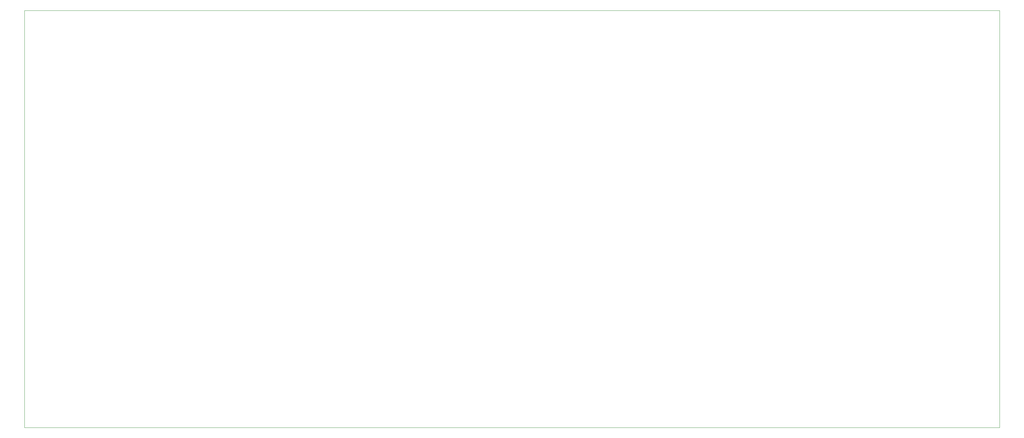
<source format=gbr>
%TF.GenerationSoftware,KiCad,Pcbnew,6.0.6-3a73a75311~116~ubuntu20.04.1*%
%TF.CreationDate,2022-07-12T22:33:22+02:00*%
%TF.ProjectId,LEDBoard_template,4c454442-6f61-4726-945f-74656d706c61,rev?*%
%TF.SameCoordinates,Original*%
%TF.FileFunction,Profile,NP*%
%FSLAX46Y46*%
G04 Gerber Fmt 4.6, Leading zero omitted, Abs format (unit mm)*
G04 Created by KiCad (PCBNEW 6.0.6-3a73a75311~116~ubuntu20.04.1) date 2022-07-12 22:33:22*
%MOMM*%
%LPD*%
G01*
G04 APERTURE LIST*
%TA.AperFunction,Profile*%
%ADD10C,0.100000*%
%TD*%
G04 APERTURE END LIST*
D10*
X100550000Y-105280000D02*
X360570000Y-105280000D01*
X360570000Y-105280000D02*
X360570000Y-216470000D01*
X360570000Y-216470000D02*
X100550000Y-216470000D01*
X100550000Y-216470000D02*
X100550000Y-105280000D01*
M02*

</source>
